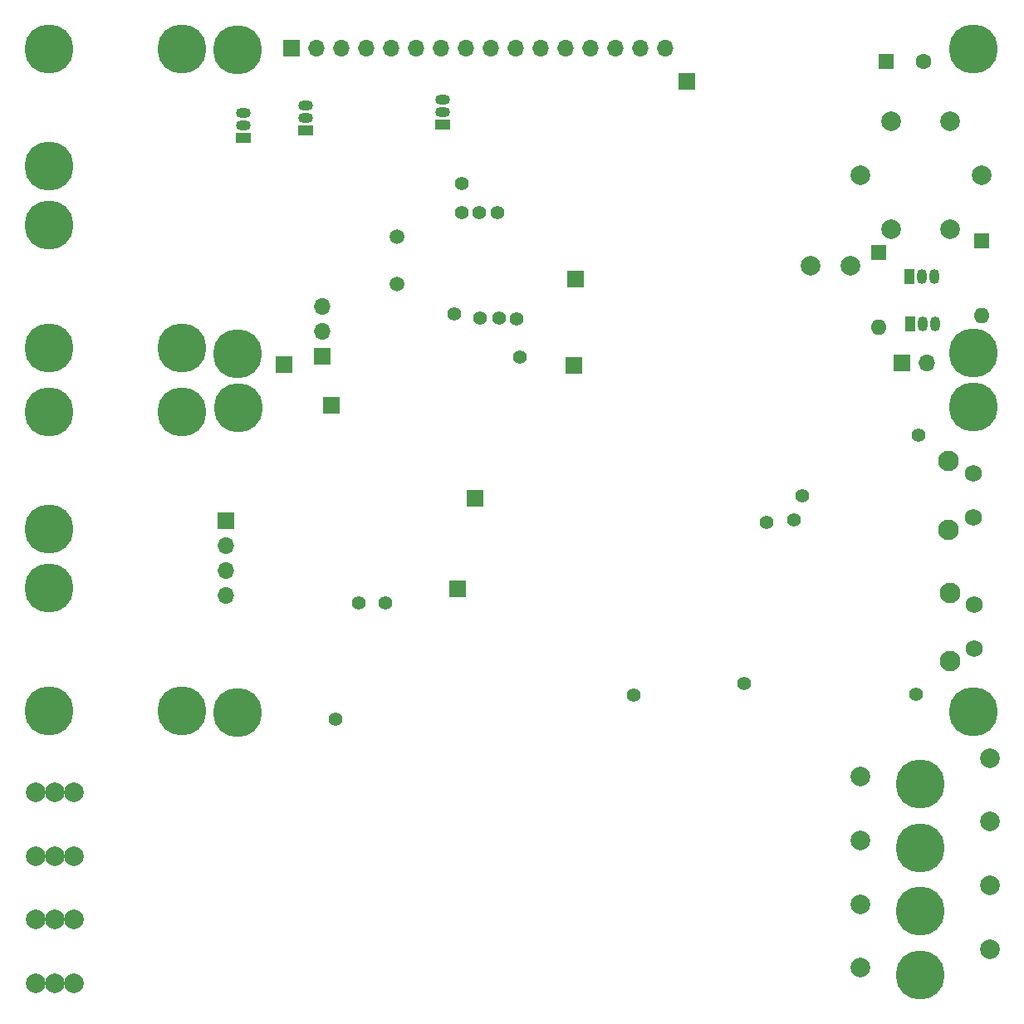
<source format=gbr>
%TF.GenerationSoftware,KiCad,Pcbnew,5.1.8-5.1.8*%
%TF.CreationDate,2022-04-12T10:04:15+08:00*%
%TF.ProjectId,lcr_6,6c63725f-362e-46b6-9963-61645f706362,rev?*%
%TF.SameCoordinates,Original*%
%TF.FileFunction,Soldermask,Bot*%
%TF.FilePolarity,Negative*%
%FSLAX46Y46*%
G04 Gerber Fmt 4.6, Leading zero omitted, Abs format (unit mm)*
G04 Created by KiCad (PCBNEW 5.1.8-5.1.8) date 2022-04-12 10:04:15*
%MOMM*%
%LPD*%
G01*
G04 APERTURE LIST*
%ADD10C,2.000000*%
%ADD11C,5.000000*%
%ADD12C,1.600000*%
%ADD13R,1.600000X1.600000*%
%ADD14R,1.700000X1.700000*%
%ADD15R,1.050000X1.500000*%
%ADD16O,1.050000X1.500000*%
%ADD17O,1.600000X1.600000*%
%ADD18O,1.700000X1.700000*%
%ADD19C,1.400000*%
%ADD20C,1.500000*%
%ADD21C,2.100000*%
%ADD22C,1.750000*%
%ADD23R,1.500000X1.050000*%
%ADD24O,1.500000X1.050000*%
G04 APERTURE END LIST*
D10*
%TO.C,REF\u002A\u002A*%
X82600000Y-128800000D03*
%TD*%
%TO.C,REF\u002A\u002A*%
X86500000Y-128800000D03*
%TD*%
%TO.C,REF\u002A\u002A*%
X84600000Y-128800000D03*
%TD*%
%TO.C,REF\u002A\u002A*%
X179900000Y-125300000D03*
%TD*%
%TO.C,REF\u002A\u002A*%
X166700000Y-127200000D03*
%TD*%
D11*
%TO.C,REF\u002A\u002A*%
X172800000Y-127940000D03*
%TD*%
D10*
%TO.C,REF\u002A\u002A*%
X84600000Y-135300000D03*
%TD*%
%TO.C,REF\u002A\u002A*%
X166700000Y-133700000D03*
%TD*%
%TO.C,REF\u002A\u002A*%
X86500000Y-135300000D03*
%TD*%
%TO.C,REF\u002A\u002A*%
X179900000Y-131800000D03*
%TD*%
%TO.C,REF\u002A\u002A*%
X82600000Y-135300000D03*
%TD*%
D11*
%TO.C,REF\u002A\u002A*%
X172800000Y-134440000D03*
%TD*%
D10*
%TO.C,REF\u002A\u002A*%
X166700000Y-140200000D03*
%TD*%
%TO.C,REF\u002A\u002A*%
X84600000Y-141800000D03*
%TD*%
%TO.C,REF\u002A\u002A*%
X179900000Y-138300000D03*
%TD*%
%TO.C,REF\u002A\u002A*%
X82600000Y-141800000D03*
%TD*%
%TO.C,REF\u002A\u002A*%
X86500000Y-141800000D03*
%TD*%
D11*
%TO.C,REF\u002A\u002A*%
X172800000Y-140940000D03*
%TD*%
D10*
%TO.C,REF\u002A\u002A*%
X166700000Y-146700000D03*
%TD*%
%TO.C,REF\u002A\u002A*%
X86500000Y-148300000D03*
%TD*%
%TO.C,REF\u002A\u002A*%
X179900000Y-144800000D03*
%TD*%
D11*
%TO.C,REF\u002A\u002A*%
X172800000Y-147440000D03*
%TD*%
D10*
%TO.C,REF\u002A\u002A*%
X84600000Y-148300000D03*
%TD*%
%TO.C,REF\u002A\u002A*%
X82600000Y-148300000D03*
%TD*%
D12*
%TO.C,C45*%
X173115000Y-54283000D03*
D13*
X169315000Y-54283000D03*
%TD*%
D14*
%TO.C,J3*%
X127433000Y-98797000D03*
%TD*%
D10*
%TO.C,TR1*%
X166647000Y-65910000D03*
X179047000Y-65910000D03*
X169847000Y-60410000D03*
X169847000Y-71410000D03*
X175847000Y-60410000D03*
X175847000Y-71410000D03*
%TD*%
D15*
%TO.C,Q2*%
X171707000Y-76234000D03*
D16*
X174247000Y-76234000D03*
X172977000Y-76234000D03*
%TD*%
D15*
%TO.C,Q1*%
X171793000Y-81038000D03*
D16*
X174333000Y-81038000D03*
X173063000Y-81038000D03*
%TD*%
D17*
%TO.C,D6*%
X179076000Y-80242000D03*
D13*
X179076000Y-72622000D03*
%TD*%
D17*
%TO.C,D5*%
X168527000Y-81427000D03*
D13*
X168527000Y-73807000D03*
%TD*%
D18*
%TO.C,BT1*%
X173450000Y-85008000D03*
D14*
X170910000Y-85008000D03*
%TD*%
%TO.C,J2*%
X125665000Y-108043000D03*
%TD*%
D19*
%TO.C,REF\u002A\u002A*%
X172345000Y-118795000D03*
%TD*%
%TO.C,REF\u002A\u002A*%
X172649000Y-92371000D03*
%TD*%
%TO.C,REF\u002A\u002A*%
X143550000Y-118909000D03*
%TD*%
%TO.C,REF\u002A\u002A*%
X154875000Y-117703000D03*
%TD*%
%TO.C,REF\u002A\u002A*%
X160721000Y-98599000D03*
%TD*%
%TO.C,REF\u002A\u002A*%
X159910000Y-101037000D03*
%TD*%
%TO.C,REF\u002A\u002A*%
X157130000Y-101252000D03*
%TD*%
%TO.C,REF\u002A\u002A*%
X113214000Y-121347000D03*
%TD*%
%TO.C,REF\u002A\u002A*%
X118287000Y-109489000D03*
%TD*%
%TO.C,REF\u002A\u002A*%
X115576000Y-109473000D03*
%TD*%
D14*
%TO.C,J1*%
X112772000Y-89375000D03*
%TD*%
D18*
%TO.C,REF\u002A\u002A*%
X102012000Y-108763000D03*
X102012000Y-106223000D03*
X102012000Y-103683000D03*
D14*
X102012000Y-101143000D03*
%TD*%
D19*
%TO.C,REF\u002A\u002A*%
X131983000Y-84473000D03*
%TD*%
%TO.C,REF\u002A\u002A*%
X131674000Y-80513000D03*
%TD*%
%TO.C,REF\u002A\u002A*%
X129839000Y-80493000D03*
%TD*%
%TO.C,REF\u002A\u002A*%
X127941000Y-80493000D03*
%TD*%
%TO.C,REF\u002A\u002A*%
X126058000Y-66768000D03*
%TD*%
%TO.C,REF\u002A\u002A*%
X127864000Y-69700000D03*
%TD*%
%TO.C,REF\u002A\u002A*%
X129699000Y-69716000D03*
%TD*%
%TO.C,REF\u002A\u002A*%
X125246000Y-80031000D03*
%TD*%
%TO.C,REF\u002A\u002A*%
X126072000Y-69677000D03*
%TD*%
D18*
%TO.C,J5*%
X111786000Y-79278000D03*
X111786000Y-81818000D03*
D14*
X111786000Y-84358000D03*
%TD*%
D11*
%TO.C,REF\u002A\u002A*%
X103230000Y-120639000D03*
%TD*%
%TO.C,REF\u002A\u002A*%
X178209000Y-120562000D03*
%TD*%
%TO.C,REF\u002A\u002A*%
X178238000Y-89559000D03*
%TD*%
%TO.C,REF\u002A\u002A*%
X103261000Y-89606000D03*
%TD*%
%TO.C,REF\u002A\u002A*%
X103186000Y-84113000D03*
%TD*%
D18*
%TO.C,DS1*%
X146801000Y-52975000D03*
X144261000Y-52975000D03*
X141721000Y-52975000D03*
X139181000Y-52975000D03*
X136641000Y-52975000D03*
X134101000Y-52975000D03*
X131561000Y-52975000D03*
X129021000Y-52975000D03*
X126481000Y-52975000D03*
X123941000Y-52975000D03*
X121401000Y-52975000D03*
X118861000Y-52975000D03*
X116321000Y-52975000D03*
X113781000Y-52975000D03*
X111241000Y-52975000D03*
D14*
X108701000Y-52975000D03*
%TD*%
D11*
%TO.C,REF\u002A\u002A*%
X83960000Y-102000000D03*
%TD*%
%TO.C,REF\u002A\u002A*%
X84000000Y-120540000D03*
%TD*%
%TO.C,REF\u002A\u002A*%
X97500000Y-120540000D03*
%TD*%
%TO.C,REF\u002A\u002A*%
X84000000Y-90040000D03*
%TD*%
%TO.C,REF\u002A\u002A*%
X83960000Y-108000000D03*
%TD*%
%TO.C,REF\u002A\u002A*%
X97500000Y-90040000D03*
%TD*%
%TO.C,REF\u002A\u002A*%
X84000000Y-83540000D03*
%TD*%
%TO.C,REF\u002A\u002A*%
X97500000Y-83540000D03*
%TD*%
%TO.C,REF\u002A\u002A*%
X97500000Y-53040000D03*
%TD*%
%TO.C,REF\u002A\u002A*%
X84000000Y-53040000D03*
%TD*%
%TO.C,REF\u002A\u002A*%
X83960000Y-71000000D03*
%TD*%
%TO.C,REF\u002A\u002A*%
X83960000Y-65000000D03*
%TD*%
%TO.C,REF\u002A\u002A*%
X178165000Y-84036000D03*
%TD*%
%TO.C,REF\u002A\u002A*%
X178194000Y-53033000D03*
%TD*%
%TO.C,REF\u002A\u002A*%
X103217000Y-53080000D03*
%TD*%
D20*
%TO.C,Y1*%
X119478000Y-77009000D03*
X119478000Y-72129000D03*
%TD*%
D21*
%TO.C,SW3*%
X175691000Y-95012000D03*
D22*
X178181000Y-96262000D03*
X178181000Y-100762000D03*
D21*
X175691000Y-102022000D03*
%TD*%
%TO.C,SW2*%
X175799000Y-108445000D03*
D22*
X178289000Y-109695000D03*
X178289000Y-114195000D03*
D21*
X175799000Y-115455000D03*
%TD*%
D23*
%TO.C,Q5*%
X124084000Y-60691000D03*
D24*
X124084000Y-58151000D03*
X124084000Y-59421000D03*
%TD*%
D23*
%TO.C,Q4*%
X110171000Y-61306000D03*
D24*
X110171000Y-58766000D03*
X110171000Y-60036000D03*
%TD*%
D23*
%TO.C,Q3*%
X103739000Y-62091000D03*
D24*
X103739000Y-59551000D03*
X103739000Y-60821000D03*
%TD*%
D10*
%TO.C,L1*%
X161649000Y-75138000D03*
X165649000Y-75138000D03*
%TD*%
D14*
%TO.C,J1*%
X107964000Y-85179000D03*
%TD*%
%TO.C,J4*%
X137609000Y-76497000D03*
%TD*%
%TO.C,J3*%
X137484000Y-85278000D03*
%TD*%
%TO.C,J2*%
X149029000Y-56354000D03*
%TD*%
M02*

</source>
